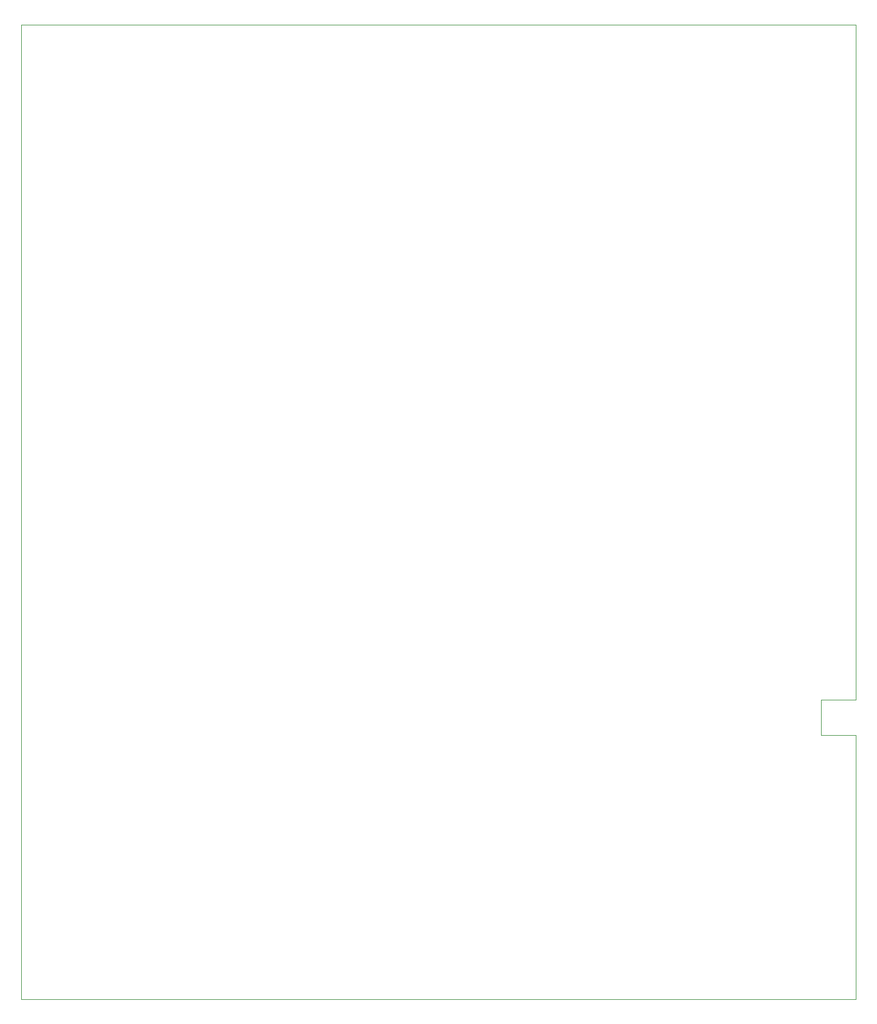
<source format=gbr>
%TF.GenerationSoftware,KiCad,Pcbnew,8.0.3*%
%TF.CreationDate,2025-04-27T13:18:50+02:00*%
%TF.ProjectId,Motherboard,4d6f7468-6572-4626-9f61-72642e6b6963,v1.0*%
%TF.SameCoordinates,Original*%
%TF.FileFunction,Profile,NP*%
%FSLAX46Y46*%
G04 Gerber Fmt 4.6, Leading zero omitted, Abs format (unit mm)*
G04 Created by KiCad (PCBNEW 8.0.3) date 2025-04-27 13:18:50*
%MOMM*%
%LPD*%
G01*
G04 APERTURE LIST*
%TA.AperFunction,Profile*%
%ADD10C,0.050000*%
%TD*%
G04 APERTURE END LIST*
D10*
X170000000Y-190000000D02*
X50000000Y-190000000D01*
X50000000Y-50000000D02*
X170000000Y-50000000D01*
X50000000Y-190000000D02*
X50000000Y-50000000D01*
X165000000Y-147000000D02*
X170000000Y-147000000D01*
X170000000Y-152000000D02*
X165000000Y-152000000D01*
X165000000Y-152000000D02*
X165000000Y-147000000D01*
X170000000Y-152000000D02*
X170000000Y-190000000D01*
X170000000Y-147000000D02*
X170000000Y-50000000D01*
M02*

</source>
